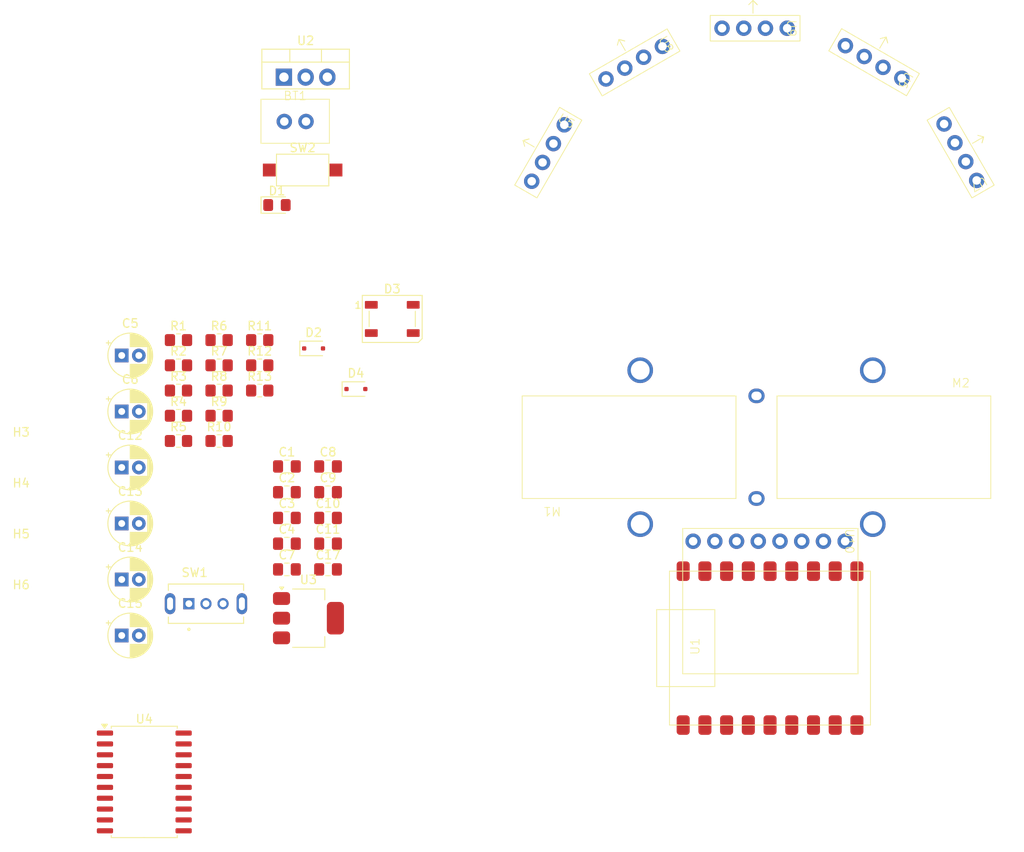
<source format=kicad_pcb>
(kicad_pcb (version 20240108) (generator "pcbnew") (generator_version "8.0")
  (layers (0 "F.Cu" signal) (31 "B.Cu" signal) (34 "B.Paste" user) (35 "F.Paste" user) (36 "B.SilkS" user "B.Silkscreen") (37 "F.SilkS" user "F.Silkscreen") (38 "B.Mask" user) (39 "F.Mask" user) (44 "Edge.Cuts" user))
  (net 0 "")
  (net 1 "GND")
  (net 2 "/VBAT")
  (net 3 "/5V")
  (net 4 "/6V")
  (net 5 "/BUTTON")
  (net 6 "Net-(D2-K)")
  (net 7 "Net-(D2-A)")
  (net 8 "/RGB")
  (net 9 "/3V3")
  (net 11 "Net-(D4-K)")
  (net 12 "Net-(D4-A)")
  (net 13 "Net-(D1-A)")
  (net 14 "/BAT_ADC")
  (net 15 "Net-(U4-IN1)")
  (net 16 "Net-(U4-IN4)")
  (net 17 "/PWM_A")
  (net 18 "Net-(U4-IN2)")
  (net 19 "/PWM_B")
  (net 20 "/SCL")
  (net 21 "/SDA")
  (net 22 "Net-(BT1-+)")
  (net 24 "Net-(U4-IN3)")
  (footprint "Capacitor_SMD:C_0805_2012Metric_Pad1.18x1.45mm_HandSolder" (layer "F.Cu") (at 127.33 114.765)
    (property "Reference" "C2" (at 0 -1.68 0) (layer "F.SilkS"))
    (property "Value" "100uF")
    (pad "1" smd roundrect (at -1.0375 0) (size 1.175 1.45) (layers "F.Cu" "F.Paste" "F.Mask") (roundrect_rratio 0.212766) (net 2 "/VBAT"))
    (pad "2" smd roundrect (at 1.0375 0) (size 1.175 1.45) (layers "F.Cu" "F.Paste" "F.Mask") (roundrect_rratio 0.212766) (net 1 "GND"))
  )
  (footprint "XH_2p54:2P_male" (layer "F.Cu") (at 128.295 71.41)
    (property "Reference" "BT1" (at 0 -3 0) (layer "F.SilkS") (effects (font (thickness 0.1))))
    (property "Value" "Lipo 2S")
    (pad "1" thru_hole circle (at -1.27 0) (size 1.8 1.8) (drill 1) (layers "*.Cu" "*.Mask") (net 22 "Net-(BT1-+)"))
    (pad "2" thru_hole circle (at 1.27 0) (size 1.8 1.8) (drill 1) (layers "*.Cu" "*.Mask") (net 1 "GND"))
  )
  (footprint "Resistor_SMD:R_0805_2012Metric_Pad1.20x1.40mm_HandSolder" (layer "F.Cu") (at 124.15 96.975)
    (property "Reference" "R11" (at 0 -1.65 0) (layer "F.SilkS"))
    (property "Value" "10K")
    (pad "1" smd roundrect (at -1 0) (size 1.2 1.4) (layers "F.Cu" "F.Paste" "F.Mask") (roundrect_rratio 0.208333) (net 1 "GND"))
    (pad "2" smd roundrect (at 1 0) (size 1.2 1.4) (layers "F.Cu" "F.Paste" "F.Mask") (roundrect_rratio 0.208333) (net 24 "Net-(U4-IN3)"))
  )
  (footprint "Capacitor_SMD:C_0805_2012Metric_Pad1.18x1.45mm_HandSolder" (layer "F.Cu") (at 127.33 120.785)
    (property "Reference" "C4" (at 0 -1.68 0) (layer "F.SilkS"))
    (property "Value" "100nF")
    (pad "1" smd roundrect (at -1.0375 0) (size 1.175 1.45) (layers "F.Cu" "F.Paste" "F.Mask") (roundrect_rratio 0.212766) (net 2 "/VBAT"))
    (pad "2" smd roundrect (at 1.0375 0) (size 1.175 1.45) (layers "F.Cu" "F.Paste" "F.Mask") (roundrect_rratio 0.212766) (net 1 "GND"))
  )
  (footprint "Package_TO_SOT_THT:TO-220-3_Vertical" (layer "F.Cu") (at 126.98 66.225)
    (property "Reference" "U2" (at 2.54 -4.27 0) (layer "F.SilkS"))
    (property "Value" "L7806")
    (pad "1" thru_hole rect (at 0 0) (size 1.905 2) (drill 1.1) (layers "*.Cu" "*.Mask") (net 2 "/VBAT"))
    (pad "2" thru_hole oval (at 2.54 0) (size 1.905 2) (drill 1.1) (layers "*.Cu" "*.Mask") (net 1 "GND"))
    (pad "3" thru_hole oval (at 5.08 0) (size 1.905 2) (drill 1.1) (layers "*.Cu" "*.Mask") (net 4 "/6V"))
  )
  (footprint "LED_SMD:LED_0805_2012Metric_Pad1.15x1.40mm_HandSolder" (layer "F.Cu") (at 126.165 81.18)
    (property "Reference" "D1" (at 0 -1.65 0) (layer "F.SilkS"))
    (property "Value" "LED")
    (pad "1" smd roundrect (at -1.025 0) (size 1.15 1.4) (layers "F.Cu" "F.Paste" "F.Mask") (roundrect_rratio 0.217391) (net 1 "GND"))
    (pad "2" smd roundrect (at 1.025 0) (size 1.15 1.4) (layers "F.Cu" "F.Paste" "F.Mask") (roundrect_rratio 0.217391) (net 13 "Net-(D1-A)"))
  )
  (footprint "Resistor_SMD:R_0805_2012Metric_Pad1.20x1.40mm_HandSolder" (layer "F.Cu") (at 114.65 105.825)
    (property "Reference" "R4" (at 0 -1.65 0) (layer "F.SilkS"))
    (property "Value" "10K")
    (pad "1" smd roundrect (at -1 0) (size 1.2 1.4) (layers "F.Cu" "F.Paste" "F.Mask") (roundrect_rratio 0.208333) (net 3 "/5V"))
    (pad "2" smd roundrect (at 1 0) (size 1.2 1.4) (layers "F.Cu" "F.Paste" "F.Mask") (roundrect_rratio 0.208333) (net 15 "Net-(U4-IN1)"))
  )
  (footprint "VL53L0X_ToF_Sensor:VL53L0X ToF Sensor" (layer "F.Cu") (at 185.84 60.5 -90)
    (property "Reference" "U9" (at 0 -0.5 -90) (layer "F.SilkS") (effects (font (thickness 0.1))))
    (property "Value" "~")
    (pad "1" thru_hole circle (at 0 0 270) (size 1.8 1.8) (drill 1) (layers "*.Cu" "*.Mask") (net 9 "/3V3"))
    (pad "2" thru_hole circle (at 0 2.54 270) (size 1.8 1.8) (drill 1) (layers "*.Cu" "*.Mask") (net 1 "GND"))
    (pad "3" thru_hole circle (at 0 5.08 270) (size 1.8 1.8) (drill 1) (layers "*.Cu" "*.Mask") (net 20 "/SCL"))
    (pad "4" thru_hole circle (at 0 7.62 270) (size 1.8 1.8) (drill 1) (layers "*.Cu" "*.Mask") (net 21 "/SDA"))
  )
  (footprint "Capacitor_THT:CP_Radial_D5.0mm_P2.00mm" (layer "F.Cu") (at 108.009775 105.325)
    (property "Reference" "C6" (at 1 -3.75 0) (layer "F.SilkS"))
    (property "Value" "10uF")
    (pad "1" thru_hole rect (at 0 0) (size 1.6 1.6) (drill 0.8) (layers "*.Cu" "*.Mask") (net 2 "/VBAT"))
    (pad "2" thru_hole circle (at 2 0) (size 1.6 1.6) (drill 0.8) (layers "*.Cu" "*.Mask") (net 1 "GND"))
  )
  (footprint "Capacitor_SMD:C_0805_2012Metric_Pad1.18x1.45mm_HandSolder" (layer "F.Cu") (at 127.33 123.795)
    (property "Reference" "C7" (at 0 -1.68 0) (layer "F.SilkS"))
    (property "Value" "10uF")
    (pad "1" smd roundrect (at -1.0375 0) (size 1.175 1.45) (layers "F.Cu" "F.Paste" "F.Mask") (roundrect_rratio 0.212766) (net 3 "/5V"))
    (pad "2" smd roundrect (at 1.0375 0) (size 1.175 1.45) (layers "F.Cu" "F.Paste" "F.Mask") (roundrect_rratio 0.212766) (net 1 "GND"))
  )
  (footprint "Capacitor_SMD:C_0805_2012Metric_Pad1.18x1.45mm_HandSolder" (layer "F.Cu") (at 132.14 111.755)
    (property "Reference" "C8" (at 0 -1.68 0) (layer "F.SilkS"))
    (property "Value" "10uF")
    (pad "1" smd roundrect (at -1.0375 0) (size 1.175 1.45) (layers "F.Cu" "F.Paste" "F.Mask") (roundrect_rratio 0.212766) (net 4 "/6V"))
    (pad "2" smd roundrect (at 1.0375 0) (size 1.175 1.45) (layers "F.Cu" "F.Paste" "F.Mask") (roundrect_rratio 0.212766) (net 1 "GND"))
  )
  (footprint "Resistor_SMD:R_0805_2012Metric_Pad1.20x1.40mm_HandSolder" (layer "F.Cu") (at 119.4 108.775)
    (property "Reference" "R10" (at 0 -1.65 0) (layer "F.SilkS"))
    (property "Value" "10K")
    (pad "1" smd roundrect (at -1 0) (size 1.2 1.4) (layers "F.Cu" "F.Paste" "F.Mask") (roundrect_rratio 0.208333) (net 19 "/PWM_B"))
    (pad "2" smd roundrect (at 1 0) (size 1.2 1.4) (layers "F.Cu" "F.Paste" "F.Mask") (roundrect_rratio 0.208333) (net 3 "/5V"))
  )
  (footprint "Capacitor_SMD:C_0805_2012Metric_Pad1.18x1.45mm_HandSolder" (layer "F.Cu") (at 132.14 123.795)
    (property "Reference" "C17" (at 0 -1.68 0) (layer "F.SilkS"))
    (property "Value" "10uF")
    (pad "1" smd roundrect (at -1.0375 0) (size 1.175 1.45) (layers "F.Cu" "F.Paste" "F.Mask") (roundrect_rratio 0.212766) (net 5 "/BUTTON"))
    (pad "2" smd roundrect (at 1.0375 0) (size 1.175 1.45) (layers "F.Cu" "F.Paste" "F.Mask") (roundrect_rratio 0.212766) (net 1 "GND"))
  )
  (footprint "Capacitor_SMD:C_0805_2012Metric_Pad1.18x1.45mm_HandSolder" (layer "F.Cu") (at 132.14 117.775)
    (property "Reference" "C10" (at 0 -1.68 0) (layer "F.SilkS"))
    (property "Value" "10uF")
    (pad "1" smd roundrect (at -1.0375 0) (size 1.175 1.45) (layers "F.Cu" "F.Paste" "F.Mask") (roundrect_rratio 0.212766) (net 4 "/6V"))
    (pad "2" smd roundrect (at 1.0375 0) (size 1.175 1.45) (layers "F.Cu" "F.Paste" "F.Mask") (roundrect_rratio 0.212766) (net 1 "GND"))
  )
  (footprint "VL53L0X_ToF_Sensor:VL53L0X ToF Sensor" (layer "F.Cu") (at 171.247595 62.625 -60)
    (property "Reference" "U8" (at 0 -0.499999 -60) (layer "F.SilkS") (effects (font (thickness 0.1))))
    (property "Value" "~")
    (pad "1" thru_hole circle (at 0 0 300) (size 1.8 1.8) (drill 1) (layers "*.Cu" "*.Mask") (net 9 "/3V3"))
    (pad "2" thru_hole circle (at 0 2.54 300) (size 1.8 1.8) (drill 1) (layers "*.Cu" "*.Mask") (net 1 "GND"))
    (pad "3" thru_hole circle (at 0 5.08 300) (size 1.8 1.8) (drill 1) (layers "*.Cu" "*.Mask") (net 20 "/SCL"))
    (pad "4" thru_hole circle (at 0 7.62 300) (size 1.8 1.8) (drill 1) (layers "*.Cu" "*.Mask") (net 21 "/SDA"))
  )
  (footprint "Resistor_SMD:R_0805_2012Metric_Pad1.20x1.40mm_HandSolder" (layer "F.Cu") (at 114.65 96.975)
    (property "Reference" "R1" (at 0 -1.65 0) (layer "F.SilkS"))
    (property "Value" "R")
    (pad "1" smd roundrect (at -1 0) (size 1.2 1.4) (layers "F.Cu" "F.Paste" "F.Mask") (roundrect_rratio 0.208333) (net 2 "/VBAT"))
    (pad "2" smd roundrect (at 1 0) (size 1.2 1.4) (layers "F.Cu" "F.Paste" "F.Mask") (roundrect_rratio 0.208333) (net 13 "Net-(D1-A)"))
  )
  (footprint "Button_Switch_SMD:SW_SPST_CK_RS282G05A3" (layer "F.Cu") (at 129.17 77.085)
    (property "Reference" "SW2" (at 0 -2.6 0) (layer "F.SilkS"))
    (property "Value" "SW_Push")
    (pad "1" smd rect (at -3.9 0) (size 1.5 1.5) (layers "F.Cu" "F.Paste" "F.Mask") (net 5 "/BUTTON"))
    (pad "2" smd rect (at 3.9 0) (size 1.5 1.5) (layers "F.Cu" "F.Paste" "F.Mask") (net 1 "GND"))
  )
  (footprint "N20_DC_Motor:N20_DC_Motor" (layer "F.Cu") (at 182.15 109.5)
    (property "Reference" "M2" (at 24 -7.5 0) (layer "F.SilkS") (effects (font (thickness 0.1))))
    (property "Value" "GA12_N20")
    (pad "0" thru_hole circle (at 13.7 -9) (size 3 3) (drill 2.2) (layers "*.Cu" "*.Mask"))
    (pad "0" thru_hole circle (at 13.7 9) (size 3 3) (drill 2.2) (layers "*.Cu" "*.Mask"))
    (pad "1" thru_hole circle (at 0 -6) (size 1.7 1.7) (drill 1) (layers "*.Cu" "*.Mask") (net 11 "Net-(D4-K)"))
    (pad "2" thru_hole circle (at 0 6) (size 1.7 1.7) (drill 1) (layers "*.Cu" "*.Mask") (net 12 "Net-(D4-A)"))
  )
  (footprint "Resistor_SMD:R_0805_2012Metric_Pad1.20x1.40mm_HandSolder" (layer "F.Cu") (at 114.65 108.775)
    (property "Reference" "R5" (at 0 -1.65 0) (layer "F.SilkS"))
    (property "Value" "10K")
    (pad "1" smd roundrect (at -1 0) (size 1.2 1.4) (layers "F.Cu" "F.Paste" "F.Mask") (roundrect_rratio 0.208333) (net 3 "/5V"))
    (pad "2" smd roundrect (at 1 0) (size 1.2 1.4) (layers "F.Cu" "F.Paste" "F.Mask") (roundrect_rratio 0.208333) (net 16 "Net-(U4-IN4)"))
  )
  (footprint "MountingHole:MountingHole_2.2mm_M2" (layer "F.Cu") (at 96.25 128.8)
    (property "Reference" "H6" (at 0 -3.2 0) (layer "F.SilkS"))
    (property "Value" "M2")
    (pad "" np_thru_hole circle (at 0 0) (size 2.2 2.2) (drill 2.2) (layers "*.Cu" "*.Mask"))
  )
  (footprint "Resistor_SMD:R_0805_2012Metric_Pad1.20x1.40mm_HandSolder" (layer "F.Cu") (at 114.65 102.875)
    (property "Reference" "R3" (at 0 -1.65 0) (layer "F.SilkS"))
    (property "Value" "6K2")
    (pad "1" smd roundrect (at -1 0) (size 1.2 1.4) (layers "F.Cu" "F.Paste" "F.Mask") (roundrect_rratio 0.208333) (net 1 "GND"))
    (pad "2" smd roundrect (at 1 0) (size 1.2 1.4) (layers "F.Cu" "F.Paste" "F.Mask") (roundrect_rratio 0.208333) (net 14 "/BAT_ADC"))
  )
  (footprint "Capacitor_THT:CP_Radial_D5.0mm_P2.00mm" (layer "F.Cu") (at 108.009775 131.525)
    (property "Reference" "C15" (at 1 -3.75 0) (layer "F.SilkS"))
    (property "Value" "C")
    (pad "1" thru_hole rect (at 0 0) (size 1.6 1.6) (drill 0.8) (layers "*.Cu" "*.Mask") (net 11 "Net-(D4-K)"))
    (pad "2" thru_hole circle (at 2 0) (size 1.6 1.6) (drill 0.8) (layers "*.Cu" "*.Mask") (net 12 "Net-(D4-A)"))
  )
  (footprint "MountingHole:MountingHole_2.2mm_M2" (layer "F.Cu") (at 96.25 122.85)
    (property "Reference" "H5" (at 0 -3.2 0) (layer "F.SilkS"))
    (property "Value" "M2")
    (pad "" np_thru_hole circle (at 0 0) (size 2.2 2.2) (drill 2.2) (layers "*.Cu" "*.Mask"))
  )
  (footprint "Capacitor_THT:CP_Radial_D5.0mm_P2.00mm" (layer "F.Cu") (at 108.009775 118.425)
    (property "Reference" "C13" (at 1 -3.75 0) (layer "F.SilkS"))
    (property "Value" "100nF")
    (pad "1" thru_hole rect (at 0 0) (size 1.6 1.6) (drill 0.8) (layers "*.Cu" "*.Mask") (net 3 "/5V"))
    (pad "2" thru_hole circle (at 2 0) (size 1.6 1.6) (drill 0.8) (layers "*.Cu" "*.Mask") (net 1 "GND"))
  )
  (footprint "LED_SMD:LED_WS2812B_PLCC4_5.0x5.0mm_P3.2mm" (layer "F.Cu") (at 139.65 94.5)
    (property "Reference" "D3" (at 0 -3.5 0) (layer "F.SilkS"))
    (property "Value" "WS2812B")
    (fp_text user "1" (at -4 -1.6 0) (layer "F.SilkS") (effects (font (size 0.8 0.8))))
    (pad "1" smd roundrect (at -2.45 -1.65) (size 1.5 0.9) (layers "F.Cu" "F.Paste" "F.Mask") (roundrect_rratio 0.1) (net 9 "/3V3"))
    (pad "2" smd roundrect (at -2.45 1.65) (size 1.5 0.9) (layers "F.Cu" "F.Paste" "F.Mask") (roundrect_rratio 0.1))
    (pad "3" smd roundrect (at 2.45 1.65) (size 1.5 0.9) (layers "F.Cu" "F.Paste" "F.Mask") (roundrect_rratio 0.1) (net 1 "GND"))
    (pad "4" smd roundrect (at 2.45 -1.65) (size 1.5 0.9) (layers "F.Cu" "F.Paste" "F.Mask") (roundrect_rratio 0.1) (net 8 "/RGB"))
  )
  (footprint "Resistor_SMD:R_0805_2012Metric_Pad1.20x1.40mm_HandSolder" (layer "F.Cu") (at 119.4 105.825)
    (property "Reference" "R9" (at 0 -1.65 0) (layer "F.SilkS"))
    (property "Value" "10K")
    (pad "1" smd roundrect (at -1 0) (size 1.2 1.4) (layers "F.Cu" "F.Paste" "F.Mask") (roundrect_rratio 0.208333) (net 5 "/BUTTON"))
    (pad "2" smd roundrect (at 1 0) (size 1.2 1.4) (layers "F.Cu" "F.Paste" "F.Mask") (roundrect_rratio 0.208333) (net 9 "/3V3"))
  )
  (footprint "GY87:GY87" (layer "F.Cu") (at 192.62 120.5 -90)
    (property "Reference" "U10" (at 0 -0.5 -90) (layer "F.SilkS") (effects (font (thickness 0.1))))
    (property "Value" "~")
    (pad "1" thru_hole circle (at 0 0 270) (size 1.8 1.8) (drill 1) (layers "*.Cu" "*.Mask"))
    (pad "2" thru_hole circle (at 0 2.54 270) (size 1.8 1.8) (drill 1) (layers "*.Cu" "*.Mask") (net 9 "/3V3"))
    (pad "3" thru_hole circle (at 0 5.08 270) (size 1.8 1.8) (drill 1) (layers "*.Cu" "*.Mask") (net 1 "GND"))
    (pad "4" thru_hole circle (at 0 7.62 270) (size 1.8 1.8) (drill 1) (layers "*.Cu" "*.Mask") (net 20 "/SCL"))
    (pad "5" thru_hole circle (at 0 10.16 270) (size 1.8 1.8) (drill 1) (layers "*.Cu" "*.Mask") (net 21 "/SDA"))
    (pad "6" thru_hole circle (at 0 12.7 270) (size 1.8 1.8) (drill 1) (layers "*.Cu" "*.Mask"))
    (pad "7" thru_hole circle (at 0 15.24 270) (size 1.8 1.8) (drill 1) (layers "*.Cu" "*.Mask"))
    (pad "8" thru_hole circle (at 0 17.78 270) (size 1.8 1.8) (drill 1) (layers "*.Cu" "*.Mask"))
  )
  (footprint "Package_TO_SOT_SMD:SOT-223-3_TabPin2" (layer "F.Cu") (at 129.85 129.5)
    (property "Reference" "U3" (at 0 -4.5 0) (layer "F.SilkS"))
    (property "Value" "AMS1117-5.0")
    (pad "1" smd roundrect (at -3.15 -2.3) (size 2 1.5) (layers "F.Cu" "F.Paste" "F.Mask") (net 1 "GND"))
    (pad "2" smd roundrect (at -3.15 0) (size 2 1.5) (layers "F.Cu" "F.Paste" "F.Mask") (net 3 "/5V"))
    (pad "2" smd roundrect (at 3.15 0) (size 2 3.8) (layers "F.Cu" "F.Paste" "F.Mask") (net 3 "/5V"))
    (pad "3" smd roundrect (at -3.15 2.3) (size 2 1.5) (layers "F.Cu" "F.Paste" "F.Mask") (net 2 "/VBAT"))
  )
  (footprint "Capacitor_THT:CP_Radial_D5.0mm_P2.00mm" (layer "F.Cu") (at 108.009775 111.875)
    (property "Reference" "C12" (at 1 -3.75 0) (layer "F.SilkS"))
    (property "Value" "100nF")
    (pad "1" thru_hole rect (at 0 0) (size 1.6 1.6) (drill 0.8) (layers "*.Cu" "*.Mask") (net 4 "/6V"))
    (pad "2" thru_hole circle (at 2 0) (size 1.6 1.6) (drill 0.8) (layers "*.Cu" "*.Mask") (net 1 "GND"))
  )
  (footprint "VL53L0X_ToF_Sensor:VL53L0X ToF Sensor" (layer "F.Cu") (at 159.77 71.800295 -30)
    (property "Reference" "U5" (at 0 -0.5 -30) (layer "F.SilkS") (effects (font (thickness 0.1))))
    (property "Value" "~")
    (pad "1" thru_hole circle (at 0 0 330) (size 1.8 1.8) (drill 1) (layers "*.Cu" "*.Mask") (net 9 "/3V3"))
    (pad "2" thru_hole circle (at 0 2.54 330) (size 1.8 1.8) (drill 1) (layers "*.Cu" "*.Mask") (net 1 "GND"))
    (pad "3" thru_hole circle (at 0 5.08 330) (size 1.8 1.8) (drill 1) (layers "*.Cu" "*.Mask") (net 20 "/SCL"))
    (pad "4" thru_hole circle (at 0 7.62 330) (size 1.8 1.8) (drill 1) (layers "*.Cu" "*.Mask") (net 21 "/SDA"))
  )
  (footprint "MountingHole:MountingHole_2.2mm_M2" (layer "F.Cu") (at 96.25 110.95)
    (property "Reference" "H3" (at 0 -3.2 0) (layer "F.SilkS"))
    (property "Value" "M2")
    (pad "" np_thru_hole circle (at 0 0) (size 2.2 2.2) (drill 2.2) (layers "*.Cu" "*.Mask"))
  )
  (footprint "ESP32_modules:esp32s3_super_mini" (layer "F.Cu") (at 172.075 142 90)
    (property "Reference" "U1" (at 9.2 3 90) (layer "F.SilkS") (effects (font (thickness 0.1))))
    (property "Value" "~")
    (pad "1" smd roundrect (at 0 1.6 90) (size 2.286 1.524) (layers "F.Cu" "F.Paste" "F.Mask"))
    (pad "2" smd roundrect (at 0 4.14 90) (size 2.286 1.524) (layers "F.Cu" "F.Paste" "F.Mask"))
    (pad "3" smd roundrect (at 0 6.68 90) (size 2.286 1.524) (layers "F.Cu" "F.Paste" "F.Mask"))
    (pad "4" smd roundrect (at 0 9.22 90) (size 2.286 1.524) (layers "F.Cu" "F.Paste" "F.Mask"))
    (pad "5" smd roundrect (at 0 11.76 90) (size 2.286 1.524) (layers "F.Cu" "F.Paste" "F.Mask"))
    (pad "6" smd roundrect (at 0 14.3 90) (size 2.286 1.524) (layers "F.Cu" "F.Paste" "F.Mask"))
    (pad "7" smd roundrect (at 0 16.84 90) (size 2.286 1.524) (layers "F.Cu" "F.Paste" "F.Mask"))
    (pad "8" smd roundrect (at 0 19.38 90) (size 2.286 1.524) (layers "F.Cu" "F.Paste" "F.Mask"))
    (pad "9" smd roundrect (at 0 21.92 90) (size 2.286 1.524) (layers "F.Cu" "F.Paste" "F.Mask"))
    (pad "10" smd roundrect (at 18 21.92 270) (size 2.286 1.524) (layers "F.Cu" "F.Paste" "F.Mask"))
    (pad "11" smd roundrect (at 18 19.38 270) (size 2.286 1.524) (layers "F.Cu" "F.Paste" "F.Mask"))
    (pad "12" smd roundrect (at 18 16.84 270) (size 2.286 1.524) (layers "F.Cu" "F.Paste" "F.Mask"))
    (pad "13" smd roundrect (at 18 14.3 270) (size 2.286 1.524) (layers "F.Cu" "F.Paste" "F.Mask"))
    (pad "14" smd roundrect (at 18 11.76 270) (size 2.286 1.524) (layers "F.Cu" "F.Paste" "F.Mask"))
    (pad "15" smd roundrect (at 18 9.22 270) (size 2.286 1.524) (layers "F.Cu" "F.Paste" "F.Mask"))
    (pad "16" smd roundrect (at 18 6.68 270) (size 2.286 1.524) (layers "F.Cu" "F.Paste" "F.Mask") (net 9 "/3V3"))
    (pad "17" smd roundrect (at 18 4.14 270) (size 2.286 1.524) (layers "F.Cu" "F.Paste" "F.Mask") (net 1 "GND"))
    (pad "18" smd roundrect (at 18 1.6 270) (size 2.286 1.524) (layers "F.Cu" "F.Paste" "F.Mask") (net 3 "/5V"))
  )
  (footprint "MountingHole:MountingHole_2.2mm_M2" (layer "F.Cu") (at 96.25 116.9)
    (property "Reference" "H4" (at 0 -3.2 0) (layer "F.SilkS"))
    (property "Value" "M2")
    (pad "" np_thru_hole circle (at 0 0) (size 2.2 2.2) (drill 2.2) (layers "*.Cu" "*.Mask"))
  )
  (footprint "Capacitor_SMD:C_0805_2012Metric_Pad1.18x1.45mm_HandSolder" (layer "F.Cu") (at 127.33 117.775)
    (property "Reference" "C3" (at 0 -1.68 0) (layer "F.SilkS"))
    (property "Value" "100nF")
    (pad "1" smd roundrect (at -1.0375 0) (size 1.175 1.45) (layers "F.Cu" "F.Paste" "F.Mask") (roundrect_rratio 0.212766) (net 2 "/VBAT"))
    (pad "2" smd roundrect (at 1.0375 0) (size 1.175 1.45) (layers "F.Cu" "F.Paste" "F.Mask") (roundrect_rratio 0.212766) (net 1 "GND"))
  )
  (footprint "Resistor_SMD:R_0805_2012Metric_Pad1.20x1.40mm_HandSolder" (layer "F.Cu") (at 124.15 99.925)
    (property "Reference" "R12" (at 0 -1.65 0) (layer "F.SilkS"))
    (property "Value" "10K")
    (pad "1" smd roundrect (at -1 0) (size 1.2 1.4) (layers "F.Cu" "F.Paste" "F.Mask") (roundrect_rratio 0.208333) (net 9 "/3V3"))
    (pad "2" smd roundrect (at 1 0) (size 1.2 1.4) (layers "F.Cu" "F.Paste" "F.Mask") (roundrect_rratio 0.208333) (net 20 "/SCL"))
  )
  (footprint "VL53L0X_ToF_Sensor:VL53L0X ToF Sensor" (layer "F.Cu") (at 208 78.3 -150)
    (property "Reference" "U7" (at 0 -0.5 -150) (layer "F.SilkS") (effects (font (thickness 0.1))))
    (property "Value" "~")
    (pad "1" thru_hole circle (at 0 0 210) (size 1.8 1.8) (drill 1) (layers "*.Cu" "*.Mask") (net 9 "/3V3"))
    (pad "2" thru_hole circle (at 0 2.54 210) (size 1.8 1.8) (drill 1) (layers "*.Cu" "*.Mask") (net 1 "GND"))
    (pad "3" thru_hole circle (at 0 5.08 210) (size 1.8 1.8) (drill 1) (layers "*.Cu" "*.Mask") (net 20 "/SCL"))
    (pad "4" thru_hole circle (at 0 7.62 210) (size 1.8 1.8) (drill 1) (layers "*.Cu" "*.Mask") (net 21 "/SDA"))
  )
  (footprint "Resistor_SMD:R_0805_2012Metric_Pad1.20x1.40mm_HandSolder" (layer "F.Cu") (at 119.4 96.975)
    (property "Reference" "R6" (at 0 -1.65 0) (layer "F.SilkS"))
    (property "Value" "10K")
    (pad "1" smd roundrect (at -1 0) (size 1.2 1.4) (layers "F.Cu" "F.Paste" "F.Mask") (roundrect_rratio 0.208333) (net 8 "/RGB"))
    (pad "2" smd roundrect (at 1 0) (size 1.2 1.4) (layers "F.Cu" "F.Paste" "F.Mask") (roundrect_rratio 0.208333) (net 9 "/3V3"))
  )
  (footprint "Resistor_SMD:R_0805_2012Metric_Pad1.20x1.40mm_HandSolder" (layer "F.Cu") (at 114.65 99.925)
    (property "Reference" "R2" (at 0 -1.65 0) (layer "F.SilkS"))
    (property "Value" "10K")
    (pad "1" smd roundrect (at -1 0) (size 1.2 1.4) (layers "F.Cu" "F.Paste" "F.Mask") (roundrect_rratio 0.208333) (net 14 "/BAT_ADC"))
    (pad "2" smd roundrect (at 1 0) (size 1.2 1.4) (layers "F.Cu" "F.Paste" "F.Mask") (roundrect_rratio 0.208333) (net 2 "/VBAT"))
  )
  (footprint "Capacitor_SMD:C_0805_2012Metric_Pad1.18x1.45mm_HandSolder" (layer "F.Cu") (at 127.33 111.755)
    (property "Reference" "C1" (at 0 -1.68 0) (layer "F.SilkS"))
    (property "Value" "100uF")
    (pad "1" smd roundrect (at -1.0375 0) (size 1.175 1.45) (layers "F.Cu" "F.Paste" "F.Mask") (roundrect_rratio 0.212766) (net 2 "/VBAT"))
    (pad "2" smd roundrect (at 1.0375 0) (size 1.175 1.45) (layers "F.Cu" "F.Paste" "F.Mask") (roundrect_rratio 0.212766) (net 1 "GND"))
  )
  (footprint "N20_DC_Motor:N20_DC_Motor" (layer "F.Cu") (at 182.35 109.5 180)
    (property "Reference" "M1" (at 24 -7.5 180) (layer "F.SilkS") (effects (font (thickness 0.1))))
    (property "Value" "GA12_N20")
    (pad "0" thru_hole circle (at 13.7 -9 180) (size 3 3) (drill 2.2) (layers "*.Cu" "*.Mask"))
    (pad "0" thru_hole circle (at 13.7 9 180) (size 3 3) (drill 2.2) (layers "*.Cu" "*.Mask"))
    (pad "1" thru_hole circle (at 0 -6 180) (size 1.7 1.7) (drill 1) (layers "*.Cu" "*.Mask") (net 6 "Net-(D2-K)"))
    (pad "2" thru_hole circle (at 0 6 180) (size 1.7 1.7) (drill 1) (layers "*.Cu" "*.Mask") (net 7 "Net-(D2-A)"))
  )
  (footprint "Resistor_SMD:R_0805_2012Metric_Pad1.20x1.40mm_HandSolder" (layer "F.Cu") (at 119.4 102.875)
    (property "Reference" "R8" (at 0 -1.65 0) (layer "F.SilkS"))
    (property "Value" "10K")
    (pad "1" smd roundrect (at -1 0) (size 1.2 1.4) (layers "F.Cu" "F.Paste" "F.Mask") (roundrect_rratio 0.208333) (net 1 "GND"))
    (pad "2" smd roundrect (at 1 0) (size 1.2 1.4) (layers "F.Cu" "F.Paste" "F.Mask") (roundrect_rratio 0.208333) (net 18 "Net-(U4-IN2)"))
  )
  (footprint "SW_SS12D07VG4:SW_SS12D07VG4" (layer "F.Cu") (at 117.865 127.805)
    (property "Reference" "SW1" (at -1.325 -3.635 0) (layer "F.SilkS"))
    (property "Value" "SW_DPDT_x2")
    (pad "1" thru_hole rect (at -2 0) (size 1.308 1.308) (drill 0.8) (layers "*.Cu" "*.Mask") (net 2 "/VBAT"))
    (pad "2" thru_hole circle (at 0 0) (size 1.308 1.308) (drill 0.8) (layers "*.Cu" "*.Mask") (net 22 "Net-(BT1-+)"))
    (pad "3" thru_hole circle (at 2 0) (size 1.308 1.308) (drill 0.8) (layers "*.Cu" "*.Mask"))
    (pad "S1" thru_hole oval (at -4.2 0) (size 1.23 2.46) (drill oval 0.7 1.5) (layers "*.Cu" "*.Mask"))
    (pad "S2" thru_hole oval (at 4.2 0) (size 1.23 2.46) (drill oval 0.7 1.5) (layers "*.Cu" "*.Mask"))
  )
  (footprint "VL53L0X_ToF_Sensor:VL53L0X ToF Sensor" (layer "F.Cu") (at 199.25 66.35 -120)
    (property "Reference" "U6" (at 0 -0.5 -120) (layer "F.SilkS") (effects (font (thickness 0.1))))
    (property "Value" "~")
    (pad "1" thru_hole circle (at 0 0 240) (size 1.8 1.8) (drill 1) (layers "*.Cu" "*.Mask") (net 9 "/3V3"))
    (pad "2" thru_hole circle (at 0 2.54 240) (size 1.8 1.8) (drill 1) (layers "*.Cu" "*.Mask") (net 1 "GND"))
    (pad "3" thru_hole circle (at 0 5.08 240) (size 1.8 1.8) (drill 1) (layers "*.Cu" "*.Mask") (net 20 "/SCL"))
    (pad "4" thru_hole circle (at 0 7.62 240) (size 1.8 1.8) (drill 1) (layers "*.Cu" "*.Mask") (net 21 "/SDA"))
  )
  (footprint "Capacitor_THT:CP_Radial_D5.0mm_P2.00mm" (layer "F.Cu") (at 108.009775 124.975)
    (property "Reference" "C14" (at 1 -3.75 0) (layer "F.SilkS"))
    (property "Value" "C")
    (pad "1" thru_hole rect (at 0 0) (size 1.6 1.6) (drill 0.8) (layers "*.Cu" "*.Mask") (net 6 "Net-(D2-K)"))
    (pad "2" thru_hole circle (at 2 0) (size 1.6 1.6) (drill 0.8) (layers "*.Cu" "*.Mask") (net 7 "Net-(D2-A)"))
  )
  (footprint "Capacitor_SMD:C_0805_2012Metric_Pad1.18x1.45mm_HandSolder" (layer "F.Cu") (at 132.14 114.765)
    (property "Reference" "C9" (at 0 -1.68 0) (layer "F.SilkS"))
    (property "Value" "10uF")
    (pad "1" smd roundrect (at -1.0375 0) (size 1.175 1.45) (layers "F.Cu" "F.Paste" "F.Mask") (roundrect_rratio 0.212766) (net 3 "/5V"))
    (pad "2" smd roundrect (at 1.0375 0) (size 1.175 1.45) (layers "F.Cu" "F.Paste" "F.Mask") (roundrect_rratio 0.212766) (net 1 "GND"))
  )
  (footprint "Capacitor_SMD:C_0805_2012Metric_Pad1.18x1.45mm_HandSolder" (layer "F.Cu") (at 132.14 120.785)
    (property "Reference" "C11" (at 0 -1.68 0) (layer "F.SilkS"))
    (property "Value" "10uF")
    (pad "1" smd roundrect (at -1.0375 0) (size 1.175 1.45) (layers "F.Cu" "F.Paste" "F.Mask") (roundrect_rratio 0.212766) (net 3 "/5V"))
    (pad "2" smd roundrect (at 1.0375 0) (size 1.175 1.45) (layers "F.Cu" "F.Paste" "F.Mask") (roundrect_rratio 0.212766) (net 1 "GND"))
  )
  (footprint "Resistor_SMD:R_0805_2012Metric_Pad1.20x1.40mm_HandSolder" (layer "F.Cu") (at 124.15 102.875)
    (property "Reference" "R13" (at 0 -1.65 0) (layer "F.SilkS"))
    (property "Value" "10K")
    (pad "1" smd roundrect (at -1 0) (size 1.2 1.4) (layers "F.Cu" "F.Paste" "F.Mask") (roundrect_rratio 0.208333) (net 9 "/3V3"))
    (pad "2" smd roundrect (at 1 0) (size 1.2 1.4) (layers "F.Cu" "F.Paste" "F.Mask") (roundrect_rratio 0.208333) (net 21 "/SDA"))
  )
  (footprint "Diode_SMD:D_SOD-323F" (layer "F.Cu") (at 135.4 102.7)
    (property "Reference" "D4" (at 0 -1.85 0) (layer "F.SilkS"))
    (property "Value" "1N5819")
    (pad "1" smd roundrect (at -1.1 0) (size 0.5 0.5) (layers "F.Cu" "F.Paste" "F.Mask") (net 11 "Net-(D4-K)"))
    (pad "2" smd roundrect (at 1.1 0) (size 0.5 0.5) (layers "F.Cu" "F.Paste" "F.Mask") (net 12 "Net-(D4-A)"))
  )
  (footprint "Diode_SMD:D_SOD-323F" (layer "F.Cu") (at 130.45 97.95)
    (property "Reference" "D2" (at 0 -1.85 0) (layer "F.SilkS"))
    (property "Value" "1N5819")
    (pad "1" smd roundrect (at -1.1 0) (size 0.5 0.5) (layers "F.Cu" "F.Paste" "F.Mask") (net 6 "Net-(D2-K)"))
    (pad "2" smd roundrect (at 1.1 0) (size 0.5 0.5) (layers "F.Cu" "F.Paste" "F.Mask") (net 7 "Net-(D2-A)"))
  )
  (footprint "Resistor_SMD:R_0805_2012Metric_Pad1.20x1.40mm_HandSolder" (layer "F.Cu") (at 119.4 99.925)
    (property "Reference" "R7" (at 0 -1.65 0) (layer "F.SilkS"))
    (property "Value" "10K")
    (pad "1" smd roundrect (at -1 0) (size 1.2 1.4) (layers "F.Cu" "F.Paste" "F.Mask") (roundrect_rratio 0.208333) (net 17 "/PWM_A"))
    (pad "2" smd roundrect (at 1 0) (size 1.2 1.4) (layers "F.Cu" "F.Paste" "F.Mask") (roundrect_rratio 0.208333) (net 9 "/3V3"))
  )
  (footprint "Package_SO:SOP-20_7.5x12.8mm_P1.27mm" (layer "F.Cu") (at 110.65 148.65)
    (property "Reference" "U4" (at 0 -7.35 0) (layer "F.SilkS"))
    (property "Value" "~")
    (pad "1" smd roundrect (at -4.6 -5.715) (size 1.9 0.6) (layers "F.Cu" "F.Paste" "F.Mask") (net 17 "/PWM_A"))
    (pad "2" smd roundrect (at -4.6 -4.445) (size 1.9 0.6) (layers "F.Cu" "F.Paste" "F.Mask") (net 15 "Net-(U4-IN1)"))
    (pad "3" smd roundrect (at -4.6 -3.175) (size 1.9 0.6) (layers "F.Cu" "F.Paste" "F.Mask") (net 6 "Net-(D2-K)"))
    (pad "4" smd roundrect (at -4.6 -1.905) (size 1.9 0.6) (layers "F.Cu" "F.Paste" "F.Mask") (net 1 "GND"))
    (pad "5" smd roundrect (at -4.6 -0.635) (size 1.9 0.6) (layers "F.Cu" "F.Paste" "F.Mask") (net 1 "GND"))
    (pad "6" smd roundrect (at -4.6 0.635) (size 1.9 0.6) (layers "F.Cu" "F.Paste" "F.Mask") (net 1 "GND"))
    (pad "7" smd roundrect (at -4.6 1.905) (size 1.9 0.6) (layers "F.Cu" "F.Paste" "F.Mask") (net 1 "GND"))
    (pad "8" smd roundrect (at -4.6 3.175) (size 1.9 0.6) (layers "F.Cu" "F.Paste" "F.Mask") (net 7 "Net-(D2-A)"))
    (pad "9" smd roundrect (at -4.6 4.445) (size 1.9 0.6) (layers "F.Cu" "F.Paste" "F.Mask") (net 18 "Net-(U4-IN2)"))
    (pad "10" smd roundrect (at -4.6 5.715) (size 1.9 0.6) (layers "F.Cu" "F.Paste" "F.Mask") (net 4 "/6V"))
    (pad "11" smd roundrect (at 4.6 5.715) (size 1.9 0.6) (layers "F.Cu" "F.Paste" "F.Mask") (net 19 "/PWM_B"))
    (pad "12" smd roundrect (at 4.6 4.445) (size 1.9 0.6) (layers "F.Cu" "F.Paste" "F.Mask") (net 24 "Net-(U4-IN3)"))
    (pad "13" smd roundrect (at 4.6 3.175) (size 1.9 0.6) (layers "F.Cu" "F.Paste" "F.Mask") (net 12 "Net-(D4-A)"))
    (pad "14" smd roundrect (at 4.6 1.905) (size 1.9 0.6) (layers "F.Cu" "F.Paste" "F.Mask") (net 1 "GND"))
    (pad "15" smd roundrect (at 4.6 0.635) (size 1.9 0.6) (layers "F.Cu" "F.Paste" "F.Mask") (net 1 "GND"))
    (pad "16" smd roundrect (at 4.6 -0.635) (size 1.9 0.6) (layers "F.Cu" "F.Paste" "F.Mask") (net 1 "GND"))
    (pad "17" smd roundrect (at 4.6 -1.905) (size 1.9 0.6) (layers "F.Cu" "F.Paste" "F.Mask") (net 1 "GND"))
    (pad "18" smd roundrect (at 4.6 -3.175) (size 1.9 0.6) (layers "F.Cu" "F.Paste" "F.Mask") (net 11 "Net-(D4-K)"))
    (pad "19" smd roundrect (at 4.6 -4.445) (size 1.9 0.6) (layers "F.Cu" "F.Paste" "F.Mask") (net 16 "Net-(U4-IN4)"))
    (pad "20" smd roundrect (at 4.6 -5.715) (size 1.9 0.6) (layers "F.Cu" "F.Paste" "F.Mask") (net 3 "/5V"))
  )
  (footprint "Capacitor_THT:CP_Radial_D5.0mm_P2.00mm" (layer "F.Cu") (at 108.009775 98.775)
    (property "Reference" "C5" (at 1 -3.75 0) (layer "F.SilkS"))
    (property "Value" "10uF")
    (pad "1" thru_hole rect (at 0 0) (size 1.6 1.6) (drill 0.8) (layers "*.Cu" "*.Mask") (net 2 "/VBAT"))
    (pad "2" thru_hole circle (at 2 0) (size 1.6 1.6) (drill 0.8) (layers "*.Cu" "*.Mask") (net 1 "GND"))
  )
)
</source>
